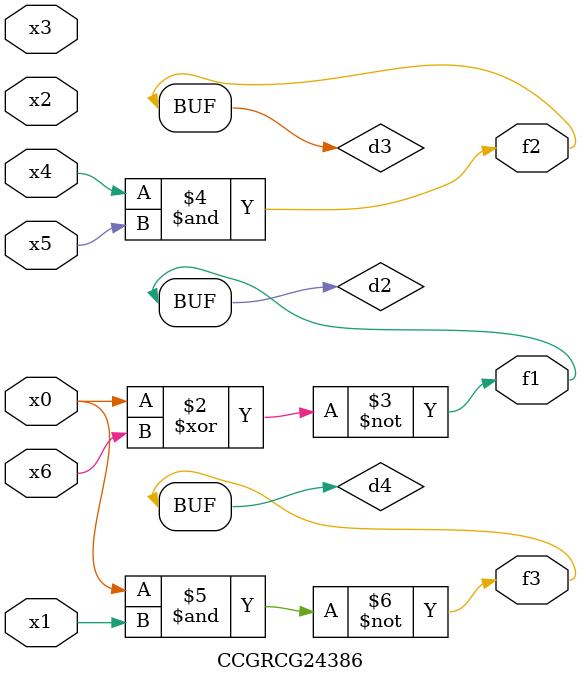
<source format=v>
module CCGRCG24386(
	input x0, x1, x2, x3, x4, x5, x6,
	output f1, f2, f3
);

	wire d1, d2, d3, d4;

	nor (d1, x0);
	xnor (d2, x0, x6);
	and (d3, x4, x5);
	nand (d4, x0, x1);
	assign f1 = d2;
	assign f2 = d3;
	assign f3 = d4;
endmodule

</source>
